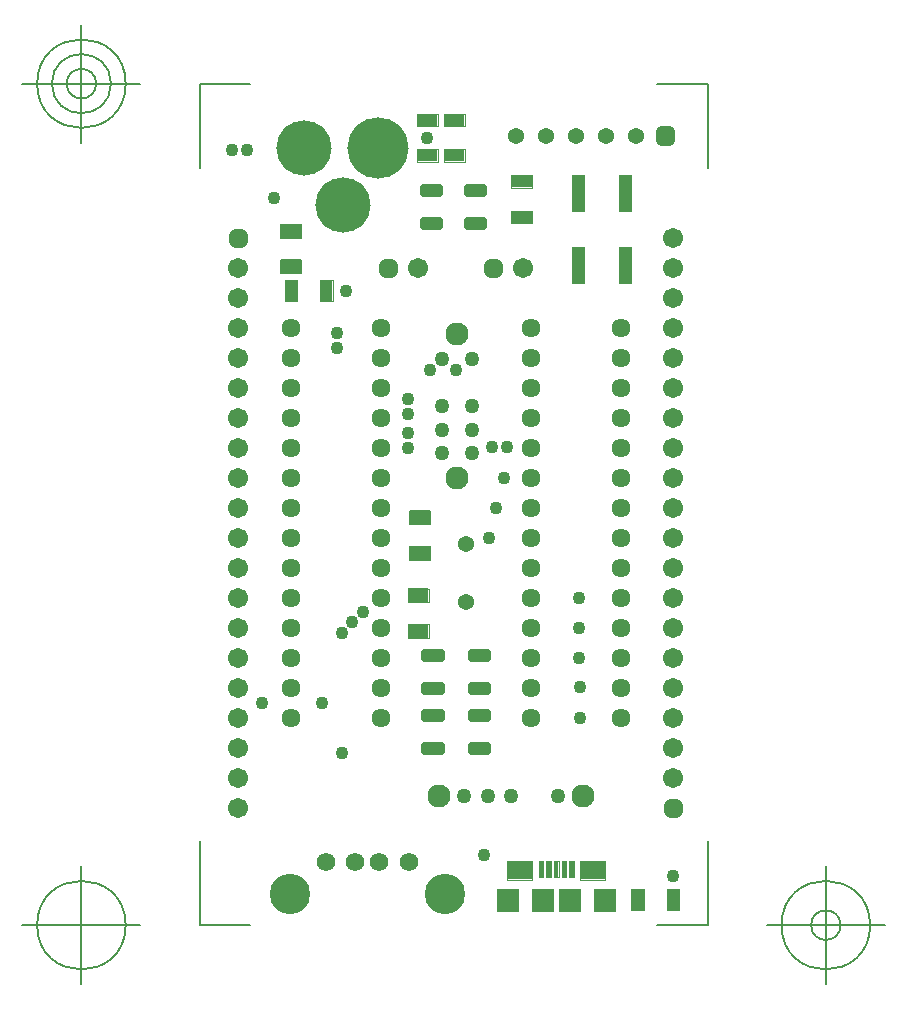
<source format=gbr>
G04 Generated by Ultiboard 11.0 *
%FSLAX25Y25*%
%MOIN*%

%ADD10C,0.00500*%
%ADD11C,0.04337*%
%ADD12C,0.06734*%
%ADD13R,0.02083X0.02083*%
%ADD14C,0.04317*%
%ADD15C,0.20400*%
%ADD16C,0.18400*%
%ADD17R,0.08268X0.06299*%
%ADD18C,0.00400*%
%ADD19R,0.07087X0.07480*%
%ADD20R,0.01575X0.05315*%
%ADD21C,0.06137*%
%ADD22C,0.13455*%
%ADD23R,0.04134X0.06890*%
%ADD24C,0.05400*%
%ADD25R,0.02500X0.02500*%
%ADD26C,0.03900*%
%ADD27R,0.03937X0.12205*%
%ADD28C,0.06337*%
%ADD29C,0.07700*%
%ADD30C,0.05000*%
%ADD31R,0.07087X0.04528*%
%ADD32R,0.05834X0.02251*%
%ADD33C,0.02066*%
%ADD34R,0.06890X0.04134*%


G04 ColorRGB FF00CC for the following layer *
%LNSolder Mask Top*%
%LPD*%
%FSLAX25Y25*%
%MOIN*%
G54D10*
X-5400Y-29000D02*
X-5400Y-950D01*
X-5400Y-29000D02*
X11540Y-29000D01*
X164000Y-29000D02*
X147060Y-29000D01*
X164000Y-29000D02*
X164000Y-950D01*
X164000Y251500D02*
X164000Y223450D01*
X164000Y251500D02*
X147060Y251500D01*
X-5400Y251500D02*
X11540Y251500D01*
X-5400Y251500D02*
X-5400Y223450D01*
X-25085Y-29000D02*
X-64455Y-29000D01*
X-44770Y-48685D02*
X-44770Y-9315D01*
X-59534Y-29000D02*
G75*
D01*
G02X-59534Y-29000I14764J0*
G01*
X183685Y-29000D02*
X223055Y-29000D01*
X203370Y-48685D02*
X203370Y-9315D01*
X188606Y-29000D02*
G75*
D01*
G02X188606Y-29000I14764J0*
G01*
X198449Y-29000D02*
G75*
D01*
G02X198449Y-29000I4921J0*
G01*
X-25085Y251500D02*
X-64455Y251500D01*
X-44770Y231815D02*
X-44770Y271185D01*
X-59534Y251500D02*
G75*
D01*
G02X-59534Y251500I14764J0*
G01*
X-54613Y251500D02*
G75*
D01*
G02X-54613Y251500I9843J0*
G01*
X-49691Y251500D02*
G75*
D01*
G02X-49691Y251500I4921J0*
G01*
G54D11*
X89500Y-5500D03*
X152500Y-12500D03*
X15500Y45000D03*
X42000Y28500D03*
X35500Y45000D03*
X45500Y72000D03*
X49000Y75500D03*
X42000Y68500D03*
X121500Y40000D03*
X121500Y50500D03*
X121000Y60000D03*
X96000Y120000D03*
X93500Y110000D03*
X91000Y100000D03*
X121000Y80000D03*
X121000Y70000D03*
X64000Y130000D03*
X64000Y135000D03*
X64000Y146500D03*
X64000Y141500D03*
X40500Y168500D03*
X40500Y163500D03*
X43500Y182500D03*
X19500Y213500D03*
X5500Y229500D03*
X10500Y229500D03*
X92000Y130500D03*
X97000Y130500D03*
X71500Y156000D03*
X80000Y156000D03*
X70500Y233500D03*
G54D12*
X7500Y130000D03*
X7500Y60000D03*
X7500Y30000D03*
X7500Y10000D03*
X7500Y20000D03*
X7500Y50000D03*
X7500Y40000D03*
X7500Y80000D03*
X7500Y70000D03*
X7500Y90000D03*
X7500Y110000D03*
X7500Y100000D03*
X7500Y120000D03*
X7500Y190000D03*
X7500Y160000D03*
X7500Y140000D03*
X7500Y150000D03*
X7500Y170000D03*
X7500Y180000D03*
X152500Y130000D03*
X152500Y60000D03*
X152500Y30000D03*
X152500Y20000D03*
X152500Y50000D03*
X152500Y40000D03*
X152500Y80000D03*
X152500Y70000D03*
X152500Y90000D03*
X152500Y110000D03*
X152500Y100000D03*
X152500Y120000D03*
X152500Y190000D03*
X152500Y160000D03*
X152500Y140000D03*
X152500Y150000D03*
X152500Y170000D03*
X152500Y180000D03*
X152500Y200000D03*
X67500Y190000D03*
X102500Y190000D03*
G54D13*
X7500Y200000D03*
X152500Y10000D03*
X57500Y190000D03*
X92500Y190000D03*
G54D14*
X6459Y198959D02*
X8541Y198959D01*
X8541Y201041D01*
X6459Y201041D01*
X6459Y198959D01*D02*
X151459Y8959D02*
X153541Y8959D01*
X153541Y11041D01*
X151459Y11041D01*
X151459Y8959D01*D02*
X56459Y188959D02*
X58541Y188959D01*
X58541Y191041D01*
X56459Y191041D01*
X56459Y188959D01*D02*
X91459Y188959D02*
X93541Y188959D01*
X93541Y191041D01*
X91459Y191041D01*
X91459Y188959D01*D02*
G54D15*
X54100Y230000D03*
G54D16*
X29500Y230000D03*
X42300Y211100D03*
G54D17*
X125705Y-10650D03*
X101295Y-10650D03*
G54D18*
X121571Y-13799D02*
X129839Y-13799D01*
X129839Y-7501D01*
X121571Y-7501D01*
X121571Y-13799D01*D02*
X126099Y-24429D02*
X133185Y-24429D01*
X133185Y-16949D01*
X126099Y-16949D01*
X126099Y-24429D01*D02*
X93815Y-24429D02*
X100901Y-24429D01*
X100901Y-16949D01*
X93815Y-16949D01*
X93815Y-24429D01*D02*
X105429Y-24429D02*
X112515Y-24429D01*
X112515Y-16949D01*
X105429Y-16949D01*
X105429Y-24429D01*D02*
X110154Y-12814D02*
X111728Y-12814D01*
X111728Y-7500D01*
X110154Y-7500D01*
X110154Y-12814D01*D02*
X97161Y-13799D02*
X105429Y-13799D01*
X105429Y-7501D01*
X97161Y-7501D01*
X97161Y-13799D01*D02*
X107595Y-12814D02*
X109169Y-12814D01*
X109169Y-7500D01*
X107595Y-7500D01*
X107595Y-12814D01*D02*
X114485Y-24429D02*
X121571Y-24429D01*
X121571Y-16949D01*
X114485Y-16949D01*
X114485Y-24429D01*D02*
X117831Y-12814D02*
X119405Y-12814D01*
X119405Y-7500D01*
X117831Y-7500D01*
X117831Y-12814D01*D02*
X115272Y-12814D02*
X116846Y-12814D01*
X116846Y-7500D01*
X115272Y-7500D01*
X115272Y-12814D01*D02*
X112713Y-12814D02*
X114287Y-12814D01*
X114287Y-7500D01*
X112713Y-7500D01*
X112713Y-12814D01*D02*
X138527Y-23945D02*
X142661Y-23945D01*
X142661Y-17055D01*
X138527Y-17055D01*
X138527Y-23945D01*D02*
X150339Y-23945D02*
X154473Y-23945D01*
X154473Y-17055D01*
X150339Y-17055D01*
X150339Y-23945D01*D02*
X118658Y184890D02*
X122594Y184890D01*
X122594Y197094D01*
X118658Y197094D01*
X118658Y184890D01*D02*
X118658Y208906D02*
X122594Y208906D01*
X122594Y221110D01*
X118658Y221110D01*
X118658Y208906D01*D02*
X134406Y184890D02*
X138342Y184890D01*
X138342Y197094D01*
X134406Y197094D01*
X134406Y184890D01*D02*
X134406Y208906D02*
X138342Y208906D01*
X138342Y221110D01*
X134406Y221110D01*
X134406Y208906D01*D02*
X64457Y92830D02*
X71543Y92830D01*
X71543Y97358D01*
X64457Y97358D01*
X64457Y92830D01*D02*
X64457Y104642D02*
X71543Y104642D01*
X71543Y109170D01*
X64457Y109170D01*
X64457Y104642D01*D02*
X63957Y78642D02*
X71043Y78642D01*
X71043Y83170D01*
X63957Y83170D01*
X63957Y78642D01*D02*
X63957Y66830D02*
X71043Y66830D01*
X71043Y71358D01*
X63957Y71358D01*
X63957Y66830D01*D02*
X21457Y188330D02*
X28543Y188330D01*
X28543Y192858D01*
X21457Y192858D01*
X21457Y188330D01*D02*
X21457Y200142D02*
X28543Y200142D01*
X28543Y204670D01*
X21457Y204670D01*
X21457Y200142D01*D02*
X23027Y179055D02*
X27161Y179055D01*
X27161Y185945D01*
X23027Y185945D01*
X23027Y179055D01*D02*
X34839Y179055D02*
X38973Y179055D01*
X38973Y185945D01*
X34839Y185945D01*
X34839Y179055D01*D02*
X76055Y225527D02*
X82945Y225527D01*
X82945Y229661D01*
X76055Y229661D01*
X76055Y225527D01*D02*
X76055Y237339D02*
X82945Y237339D01*
X82945Y241473D01*
X76055Y241473D01*
X76055Y237339D01*D02*
X67055Y225527D02*
X73945Y225527D01*
X73945Y229661D01*
X67055Y229661D01*
X67055Y225527D01*D02*
X67055Y237339D02*
X73945Y237339D01*
X73945Y241473D01*
X67055Y241473D01*
X67055Y237339D01*D02*
X98555Y216839D02*
X105445Y216839D01*
X105445Y220973D01*
X98555Y220973D01*
X98555Y216839D01*D02*
X98555Y205027D02*
X105445Y205027D01*
X105445Y209161D01*
X98555Y209161D01*
X98555Y205027D01*D02*
G54D19*
X129642Y-20689D03*
X97358Y-20689D03*
X108972Y-20689D03*
X118028Y-20689D03*
G54D20*
X110941Y-10157D03*
X108382Y-10157D03*
X118618Y-10157D03*
X116059Y-10157D03*
X113500Y-10157D03*
G54D21*
X64280Y-8000D03*
X46563Y-8000D03*
X36720Y-8000D03*
X54437Y-8000D03*
G54D22*
X24634Y-18669D03*
X76366Y-18669D03*
G54D23*
X140594Y-20500D03*
X152406Y-20500D03*
X25094Y182500D03*
X36906Y182500D03*
G54D24*
X110000Y234000D03*
X100000Y234000D03*
X120000Y234000D03*
X140000Y234000D03*
X130000Y234000D03*
X83500Y78833D03*
X83500Y98000D03*
G54D25*
X150000Y234000D03*
G54D26*
X148750Y232750D02*
X151250Y232750D01*
X151250Y235250D01*
X148750Y235250D01*
X148750Y232750D01*D02*
G54D27*
X120626Y190992D03*
X120626Y215008D03*
X136374Y190992D03*
X136374Y215008D03*
G54D28*
X105000Y60000D03*
X105000Y50000D03*
X105000Y40000D03*
X105000Y80000D03*
X105000Y70000D03*
X105000Y90000D03*
X105000Y110000D03*
X105000Y100000D03*
X105000Y120000D03*
X105000Y160000D03*
X105000Y140000D03*
X105000Y130000D03*
X105000Y150000D03*
X105000Y170000D03*
X135000Y60000D03*
X135000Y50000D03*
X135000Y40000D03*
X135000Y80000D03*
X135000Y70000D03*
X135000Y90000D03*
X135000Y110000D03*
X135000Y100000D03*
X135000Y120000D03*
X135000Y160000D03*
X135000Y140000D03*
X135000Y130000D03*
X135000Y150000D03*
X135000Y170000D03*
X25000Y60000D03*
X55000Y60000D03*
X25000Y50000D03*
X25000Y40000D03*
X55000Y50000D03*
X55000Y40000D03*
X25000Y80000D03*
X25000Y70000D03*
X25000Y90000D03*
X25000Y110000D03*
X25000Y100000D03*
X25000Y120000D03*
X55000Y80000D03*
X55000Y70000D03*
X55000Y90000D03*
X55000Y110000D03*
X55000Y100000D03*
X55000Y120000D03*
X25000Y160000D03*
X25000Y140000D03*
X25000Y130000D03*
X25000Y150000D03*
X25000Y170000D03*
X55000Y160000D03*
X55000Y140000D03*
X55000Y130000D03*
X55000Y150000D03*
X55000Y170000D03*
G54D29*
X122516Y14000D03*
X74484Y14000D03*
X80500Y119984D03*
X80500Y168016D03*
G54D30*
X82752Y14000D03*
X90626Y14000D03*
X98500Y14000D03*
X114248Y14000D03*
X75579Y128252D03*
X85421Y128252D03*
X75579Y159748D03*
X85421Y159748D03*
X75579Y136126D03*
X75579Y144000D03*
X85421Y144000D03*
X85421Y136126D03*
G54D31*
X68000Y95094D03*
X68000Y106906D03*
X67500Y80906D03*
X67500Y69094D03*
X25000Y190594D03*
X25000Y202406D03*
G54D32*
X72500Y30000D03*
X72500Y41000D03*
X72500Y61000D03*
X72500Y50000D03*
X88000Y61000D03*
X88000Y50000D03*
X88000Y30000D03*
X88000Y41000D03*
X71875Y204834D03*
X71875Y215834D03*
X86612Y204834D03*
X86612Y215834D03*
G54D33*
X69583Y28875D02*
X75417Y28875D01*
X75417Y31125D01*
X69583Y31125D01*
X69583Y28875D01*D02*
X69583Y39875D02*
X75417Y39875D01*
X75417Y42125D01*
X69583Y42125D01*
X69583Y39875D01*D02*
X69583Y59875D02*
X75417Y59875D01*
X75417Y62125D01*
X69583Y62125D01*
X69583Y59875D01*D02*
X69583Y48875D02*
X75417Y48875D01*
X75417Y51125D01*
X69583Y51125D01*
X69583Y48875D01*D02*
X85083Y59875D02*
X90917Y59875D01*
X90917Y62125D01*
X85083Y62125D01*
X85083Y59875D01*D02*
X85083Y48875D02*
X90917Y48875D01*
X90917Y51125D01*
X85083Y51125D01*
X85083Y48875D01*D02*
X85083Y28875D02*
X90917Y28875D01*
X90917Y31125D01*
X85083Y31125D01*
X85083Y28875D01*D02*
X85083Y39875D02*
X90917Y39875D01*
X90917Y42125D01*
X85083Y42125D01*
X85083Y39875D01*D02*
X68958Y203709D02*
X74792Y203709D01*
X74792Y205959D01*
X68958Y205959D01*
X68958Y203709D01*D02*
X68958Y214709D02*
X74792Y214709D01*
X74792Y216959D01*
X68958Y216959D01*
X68958Y214709D01*D02*
X83695Y203709D02*
X89529Y203709D01*
X89529Y205959D01*
X83695Y205959D01*
X83695Y203709D01*D02*
X83695Y214709D02*
X89529Y214709D01*
X89529Y216959D01*
X83695Y216959D01*
X83695Y214709D01*D02*
G54D34*
X79500Y227594D03*
X79500Y239406D03*
X70500Y227594D03*
X70500Y239406D03*
X102000Y218906D03*
X102000Y207094D03*

M00*

</source>
